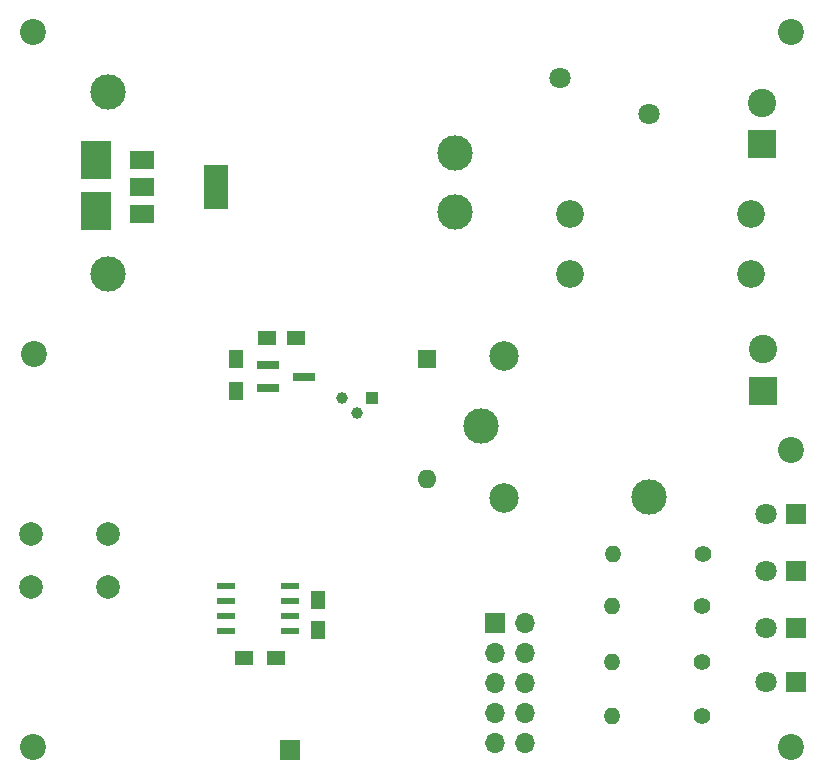
<source format=gbs>
G04 #@! TF.GenerationSoftware,KiCad,Pcbnew,no-vcs-found-44b118f~58~ubuntu16.04.1*
G04 #@! TF.CreationDate,2017-06-12T15:02:01+03:00*
G04 #@! TF.ProjectId,heater_actuator_node,6865617465725F6163747561746F725F,rev?*
G04 #@! TF.FileFunction,Soldermask,Bot*
G04 #@! TF.FilePolarity,Negative*
%FSLAX46Y46*%
G04 Gerber Fmt 4.6, Leading zero omitted, Abs format (unit mm)*
G04 Created by KiCad (PCBNEW no-vcs-found-44b118f~58~ubuntu16.04.1) date Mon Jun 12 15:02:01 2017*
%MOMM*%
%LPD*%
G01*
G04 APERTURE LIST*
%ADD10C,0.100000*%
%ADD11R,1.700000X1.700000*%
%ADD12C,2.200000*%
%ADD13C,1.400000*%
%ADD14O,1.400000X1.400000*%
%ADD15C,2.000000*%
%ADD16R,1.250000X1.500000*%
%ADD17R,1.500000X1.250000*%
%ADD18R,2.500000X3.200000*%
%ADD19O,1.700000X1.700000*%
%ADD20O,1.600000X1.600000*%
%ADD21R,1.600000X1.600000*%
%ADD22C,1.800000*%
%ADD23R,1.800000X1.800000*%
%ADD24C,2.349500*%
%ADD25R,1.000000X1.000000*%
%ADD26C,1.000000*%
%ADD27R,1.500000X1.300000*%
%ADD28R,1.300000X1.500000*%
%ADD29C,2.500000*%
%ADD30C,3.000000*%
%ADD31R,1.550000X0.600000*%
%ADD32R,1.900000X0.800000*%
%ADD33R,2.000000X1.500000*%
%ADD34R,2.000000X3.800000*%
%ADD35C,2.400000*%
%ADD36R,2.400000X2.400000*%
G04 APERTURE END LIST*
D10*
D11*
X139350000Y-120675000D03*
D12*
X117650000Y-59875000D03*
X181800000Y-59925000D03*
X181800000Y-95275000D03*
X181800000Y-120475000D03*
X117750000Y-87175000D03*
X117650000Y-120475000D03*
D13*
X174270000Y-117775000D03*
D14*
X166650000Y-117775000D03*
D13*
X174270000Y-113275000D03*
D14*
X166650000Y-113275000D03*
D13*
X174270000Y-108475000D03*
D14*
X166650000Y-108475000D03*
D13*
X174370000Y-104075000D03*
D14*
X166750000Y-104075000D03*
D15*
X117500000Y-106875000D03*
X117500000Y-102375000D03*
X124000000Y-106875000D03*
X124000000Y-102375000D03*
D16*
X141800000Y-110525000D03*
X141800000Y-108025000D03*
D17*
X139900000Y-85775000D03*
X137400000Y-85775000D03*
D18*
X123000000Y-70775000D03*
X123000000Y-75075000D03*
D19*
X159265000Y-120065000D03*
X156725000Y-120065000D03*
X159265000Y-117525000D03*
X156725000Y-117525000D03*
X159265000Y-114985000D03*
X156725000Y-114985000D03*
X159265000Y-112445000D03*
X156725000Y-112445000D03*
X159265000Y-109905000D03*
D11*
X156725000Y-109905000D03*
D20*
X150950000Y-97775000D03*
D21*
X150950000Y-87615000D03*
D22*
X179675000Y-110325000D03*
D23*
X182215000Y-110325000D03*
D22*
X179675000Y-105525000D03*
D23*
X182215000Y-105525000D03*
X182215000Y-100725000D03*
D22*
X179675000Y-100725000D03*
D23*
X182215000Y-114925000D03*
D22*
X179675000Y-114925000D03*
D24*
X163089360Y-80415000D03*
X163089360Y-75335000D03*
X178410640Y-80415000D03*
X178410640Y-75335000D03*
D25*
X146350000Y-90875000D03*
D26*
X143810000Y-90875000D03*
X145080000Y-92145000D03*
D27*
X138175000Y-112900000D03*
X135475000Y-112900000D03*
D28*
X134850000Y-90325000D03*
X134850000Y-87625000D03*
D29*
X157500000Y-99325000D03*
X157500000Y-87325000D03*
D30*
X155550000Y-93275000D03*
X169750000Y-99275000D03*
D31*
X139350000Y-110580000D03*
X139350000Y-109310000D03*
X139350000Y-108040000D03*
X139350000Y-106770000D03*
X133950000Y-106770000D03*
X133950000Y-108040000D03*
X133950000Y-109310000D03*
X133950000Y-110580000D03*
D32*
X140550000Y-89075000D03*
X137550000Y-88125000D03*
X137550000Y-90025000D03*
D33*
X126850000Y-75325000D03*
X126850000Y-70725000D03*
X126850000Y-73025000D03*
D34*
X133150000Y-73025000D03*
D30*
X153350000Y-75175000D03*
X153350000Y-70175000D03*
X123950000Y-80375000D03*
X123950000Y-64975000D03*
D22*
X162250000Y-63775000D03*
X169750000Y-66875000D03*
D35*
X179450000Y-86775000D03*
D36*
X179450000Y-90275000D03*
X179350000Y-69375000D03*
D35*
X179350000Y-65875000D03*
M02*

</source>
